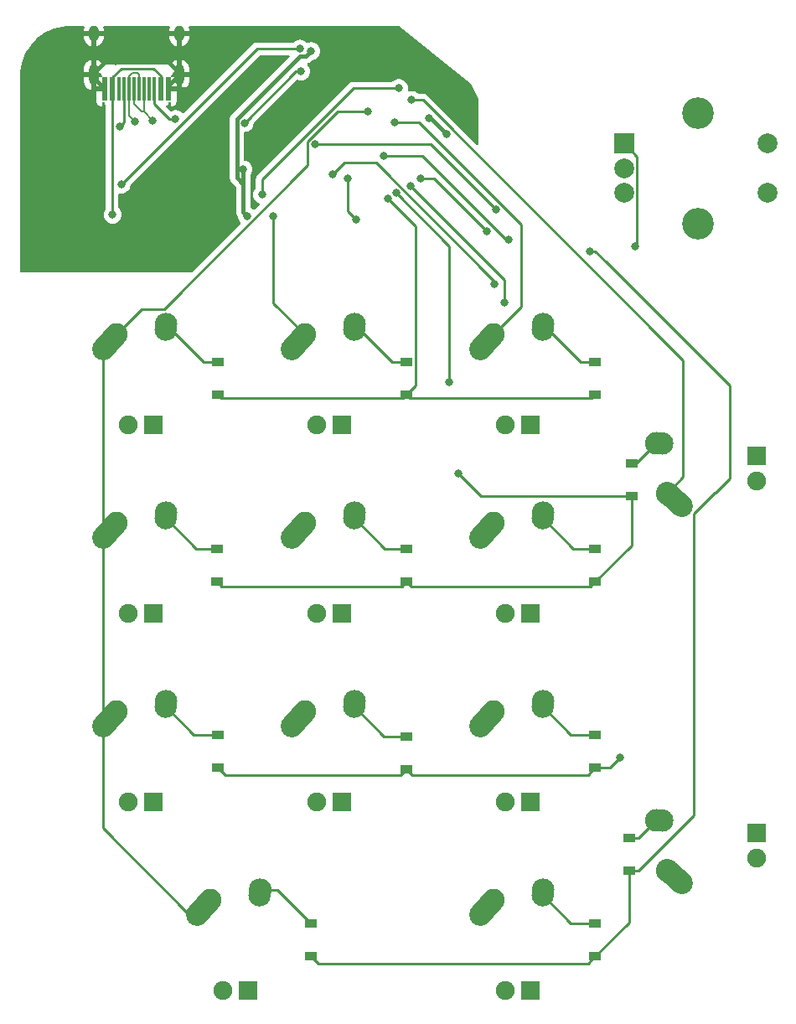
<source format=gbl>
G04 #@! TF.GenerationSoftware,KiCad,Pcbnew,(6.0.5)*
G04 #@! TF.CreationDate,2023-01-08T23:57:36-05:00*
G04 #@! TF.ProjectId,macro-pad-pcb,6d616372-6f2d-4706-9164-2d7063622e6b,rev?*
G04 #@! TF.SameCoordinates,Original*
G04 #@! TF.FileFunction,Copper,L2,Bot*
G04 #@! TF.FilePolarity,Positive*
%FSLAX46Y46*%
G04 Gerber Fmt 4.6, Leading zero omitted, Abs format (unit mm)*
G04 Created by KiCad (PCBNEW (6.0.5)) date 2023-01-08 23:57:36*
%MOMM*%
%LPD*%
G01*
G04 APERTURE LIST*
G04 Aperture macros list*
%AMHorizOval*
0 Thick line with rounded ends*
0 $1 width*
0 $2 $3 position (X,Y) of the first rounded end (center of the circle)*
0 $4 $5 position (X,Y) of the second rounded end (center of the circle)*
0 Add line between two ends*
20,1,$1,$2,$3,$4,$5,0*
0 Add two circle primitives to create the rounded ends*
1,1,$1,$2,$3*
1,1,$1,$4,$5*%
G04 Aperture macros list end*
G04 #@! TA.AperFunction,ComponentPad*
%ADD10C,2.250000*%
G04 #@! TD*
G04 #@! TA.AperFunction,ComponentPad*
%ADD11HorizOval,2.250000X0.655001X0.730000X-0.655001X-0.730000X0*%
G04 #@! TD*
G04 #@! TA.AperFunction,ComponentPad*
%ADD12HorizOval,2.250000X0.020000X0.290000X-0.020000X-0.290000X0*%
G04 #@! TD*
G04 #@! TA.AperFunction,ComponentPad*
%ADD13C,1.905000*%
G04 #@! TD*
G04 #@! TA.AperFunction,ComponentPad*
%ADD14R,1.905000X1.905000*%
G04 #@! TD*
G04 #@! TA.AperFunction,ComponentPad*
%ADD15HorizOval,2.250000X-0.730000X0.655001X0.730000X-0.655001X0*%
G04 #@! TD*
G04 #@! TA.AperFunction,ComponentPad*
%ADD16HorizOval,2.250000X-0.290000X0.020000X0.290000X-0.020000X0*%
G04 #@! TD*
G04 #@! TA.AperFunction,ComponentPad*
%ADD17C,2.000000*%
G04 #@! TD*
G04 #@! TA.AperFunction,ComponentPad*
%ADD18C,3.200000*%
G04 #@! TD*
G04 #@! TA.AperFunction,ComponentPad*
%ADD19R,2.000000X2.000000*%
G04 #@! TD*
G04 #@! TA.AperFunction,SMDPad,CuDef*
%ADD20R,1.200000X0.900000*%
G04 #@! TD*
G04 #@! TA.AperFunction,ComponentPad*
%ADD21O,1.000000X2.100000*%
G04 #@! TD*
G04 #@! TA.AperFunction,ComponentPad*
%ADD22O,1.000000X1.600000*%
G04 #@! TD*
G04 #@! TA.AperFunction,SMDPad,CuDef*
%ADD23R,0.600000X2.450000*%
G04 #@! TD*
G04 #@! TA.AperFunction,SMDPad,CuDef*
%ADD24R,0.300000X2.450000*%
G04 #@! TD*
G04 #@! TA.AperFunction,ViaPad*
%ADD25C,0.800000*%
G04 #@! TD*
G04 #@! TA.AperFunction,Conductor*
%ADD26C,0.254000*%
G04 #@! TD*
G04 #@! TA.AperFunction,Conductor*
%ADD27C,0.381000*%
G04 #@! TD*
G04 #@! TA.AperFunction,Conductor*
%ADD28C,0.200000*%
G04 #@! TD*
G04 APERTURE END LIST*
D10*
G04 #@! TO.P,MX4,1,COL*
G04 #@! TO.N,COL0*
X170537500Y-100775000D03*
D11*
X169882501Y-101505000D03*
D12*
G04 #@! TO.P,MX4,2,ROW*
G04 #@! TO.N,Net-(D4-Pad2)*
X175557500Y-99985000D03*
D10*
X175577500Y-99695000D03*
D13*
G04 #@! TO.P,MX4,3*
G04 #@! TO.N,N/C*
X171767500Y-109855000D03*
D14*
G04 #@! TO.P,MX4,4*
X174307500Y-109855000D03*
G04 #@! TD*
D10*
G04 #@! TO.P,MX7,1,COL*
G04 #@! TO.N,COL3*
X226187500Y-97750000D03*
D15*
X226917500Y-98404999D03*
D10*
G04 #@! TO.P,MX7,2,ROW*
G04 #@! TO.N,Net-(D7-Pad2)*
X225107500Y-92710000D03*
D16*
X225397500Y-92730000D03*
D13*
G04 #@! TO.P,MX7,3*
G04 #@! TO.N,N/C*
X235267500Y-96520000D03*
D14*
G04 #@! TO.P,MX7,4*
X235267500Y-93980000D03*
G04 #@! TD*
D10*
G04 #@! TO.P,MX6,1,COL*
G04 #@! TO.N,COL2*
X208637500Y-100775000D03*
D11*
X207982501Y-101505000D03*
D12*
G04 #@! TO.P,MX6,2,ROW*
G04 #@! TO.N,Net-(D6-Pad2)*
X213657500Y-99985000D03*
D10*
X213677500Y-99695000D03*
D13*
G04 #@! TO.P,MX6,3*
G04 #@! TO.N,N/C*
X209867500Y-109855000D03*
D14*
G04 #@! TO.P,MX6,4*
X212407500Y-109855000D03*
G04 #@! TD*
D11*
G04 #@! TO.P,MX8,1,COL*
G04 #@! TO.N,COL0*
X169882501Y-120555000D03*
D10*
X170537500Y-119825000D03*
D12*
G04 #@! TO.P,MX8,2,ROW*
G04 #@! TO.N,Net-(D8-Pad2)*
X175557500Y-119035000D03*
D10*
X175577500Y-118745000D03*
D13*
G04 #@! TO.P,MX8,3*
G04 #@! TO.N,N/C*
X171767500Y-128905000D03*
D14*
G04 #@! TO.P,MX8,4*
X174307500Y-128905000D03*
G04 #@! TD*
G04 #@! TO.P,MX5,4*
G04 #@! TO.N,N/C*
X193357500Y-109855000D03*
D13*
G04 #@! TO.P,MX5,3*
X190817500Y-109855000D03*
D10*
G04 #@! TO.P,MX5,2,ROW*
G04 #@! TO.N,Net-(D5-Pad2)*
X194627500Y-99695000D03*
D12*
X194607500Y-99985000D03*
D11*
G04 #@! TO.P,MX5,1,COL*
G04 #@! TO.N,COL1*
X188932501Y-101505000D03*
D10*
X189587500Y-100775000D03*
G04 #@! TD*
D17*
G04 #@! TO.P,SW2,S2*
G04 #@! TO.N,N/C*
X236358000Y-62397000D03*
G04 #@! TO.P,SW2,S1*
X236358000Y-67397000D03*
D18*
G04 #@! TO.P,SW2,MP*
X229358000Y-70497000D03*
X229358000Y-59297000D03*
D17*
G04 #@! TO.P,SW2,C,C*
G04 #@! TO.N,GND*
X221858000Y-64897000D03*
G04 #@! TO.P,SW2,B,B*
G04 #@! TO.N,EN1*
X221858000Y-67397000D03*
D19*
G04 #@! TO.P,SW2,A,A*
G04 #@! TO.N,EN2*
X221858000Y-62397000D03*
G04 #@! TD*
D10*
G04 #@! TO.P,MX11,1,COL*
G04 #@! TO.N,COL0*
X180062500Y-138875000D03*
D11*
X179407501Y-139605000D03*
D10*
G04 #@! TO.P,MX11,2,ROW*
G04 #@! TO.N,Net-(D11-Pad2)*
X185102500Y-137795000D03*
D12*
X185082500Y-138085000D03*
D13*
G04 #@! TO.P,MX11,3*
G04 #@! TO.N,N/C*
X181292500Y-147955000D03*
D14*
G04 #@! TO.P,MX11,4*
X183832500Y-147955000D03*
G04 #@! TD*
D11*
G04 #@! TO.P,MX12,1,COL*
G04 #@! TO.N,COL2*
X207982501Y-139605000D03*
D10*
X208637500Y-138875000D03*
G04 #@! TO.P,MX12,2,ROW*
G04 #@! TO.N,Net-(D12-Pad2)*
X213677500Y-137795000D03*
D12*
X213657500Y-138085000D03*
D13*
G04 #@! TO.P,MX12,3*
G04 #@! TO.N,N/C*
X209867500Y-147955000D03*
D14*
G04 #@! TO.P,MX12,4*
X212407500Y-147955000D03*
G04 #@! TD*
D10*
G04 #@! TO.P,MX13,1,COL*
G04 #@! TO.N,COL3*
X226187500Y-135850000D03*
D15*
X226917500Y-136504999D03*
D16*
G04 #@! TO.P,MX13,2,ROW*
G04 #@! TO.N,Net-(D13-Pad2)*
X225397500Y-130830000D03*
D10*
X225107500Y-130810000D03*
D13*
G04 #@! TO.P,MX13,3*
G04 #@! TO.N,N/C*
X235267500Y-134620000D03*
D14*
G04 #@! TO.P,MX13,4*
X235267500Y-132080000D03*
G04 #@! TD*
D11*
G04 #@! TO.P,MX9,1,COL*
G04 #@! TO.N,COL1*
X188932501Y-120555000D03*
D10*
X189587500Y-119825000D03*
G04 #@! TO.P,MX9,2,ROW*
G04 #@! TO.N,Net-(D9-Pad2)*
X194627500Y-118745000D03*
D12*
X194607500Y-119035000D03*
D13*
G04 #@! TO.P,MX9,3*
G04 #@! TO.N,N/C*
X190817500Y-128905000D03*
D14*
G04 #@! TO.P,MX9,4*
X193357500Y-128905000D03*
G04 #@! TD*
D11*
G04 #@! TO.P,MX10,1,COL*
G04 #@! TO.N,COL2*
X207982501Y-120555000D03*
D10*
X208637500Y-119825000D03*
D12*
G04 #@! TO.P,MX10,2,ROW*
G04 #@! TO.N,Net-(D10-Pad2)*
X213657500Y-119035000D03*
D10*
X213677500Y-118745000D03*
D13*
G04 #@! TO.P,MX10,3*
G04 #@! TO.N,N/C*
X209867500Y-128905000D03*
D14*
G04 #@! TO.P,MX10,4*
X212407500Y-128905000D03*
G04 #@! TD*
D10*
G04 #@! TO.P,MX3,1,COL*
G04 #@! TO.N,COL2*
X208637500Y-81725000D03*
D11*
X207982501Y-82455000D03*
D10*
G04 #@! TO.P,MX3,2,ROW*
G04 #@! TO.N,Net-(D3-Pad2)*
X213677500Y-80645000D03*
D12*
X213657500Y-80935000D03*
D13*
G04 #@! TO.P,MX3,3*
G04 #@! TO.N,N/C*
X209867500Y-90805000D03*
D14*
G04 #@! TO.P,MX3,4*
X212407500Y-90805000D03*
G04 #@! TD*
D11*
G04 #@! TO.P,MX1,1,COL*
G04 #@! TO.N,COL0*
X169882501Y-82455000D03*
D10*
X170537500Y-81725000D03*
D12*
G04 #@! TO.P,MX1,2,ROW*
G04 #@! TO.N,Net-(D1-Pad2)*
X175557500Y-80935000D03*
D10*
X175577500Y-80645000D03*
D13*
G04 #@! TO.P,MX1,3*
G04 #@! TO.N,N/C*
X171767500Y-90805000D03*
D14*
G04 #@! TO.P,MX1,4*
X174307500Y-90805000D03*
G04 #@! TD*
D10*
G04 #@! TO.P,MX2,1,COL*
G04 #@! TO.N,COL1*
X189587500Y-81725000D03*
D11*
X188932501Y-82455000D03*
D12*
G04 #@! TO.P,MX2,2,ROW*
G04 #@! TO.N,Net-(D2-Pad2)*
X194607500Y-80935000D03*
D10*
X194627500Y-80645000D03*
D13*
G04 #@! TO.P,MX2,3*
G04 #@! TO.N,N/C*
X190817500Y-90805000D03*
D14*
G04 #@! TO.P,MX2,4*
X193357500Y-90805000D03*
G04 #@! TD*
D20*
G04 #@! TO.P,D13,1,K*
G04 #@! TO.N,ROW3*
X222377000Y-135889000D03*
G04 #@! TO.P,D13,2,A*
G04 #@! TO.N,Net-(D13-Pad2)*
X222377000Y-132589000D03*
G04 #@! TD*
G04 #@! TO.P,D1,1,K*
G04 #@! TO.N,ROW0*
X180848000Y-87756000D03*
G04 #@! TO.P,D1,2,A*
G04 #@! TO.N,Net-(D1-Pad2)*
X180848000Y-84456000D03*
G04 #@! TD*
G04 #@! TO.P,D5,1,K*
G04 #@! TO.N,ROW1*
X199898000Y-106679000D03*
G04 #@! TO.P,D5,2,A*
G04 #@! TO.N,Net-(D5-Pad2)*
X199898000Y-103379000D03*
G04 #@! TD*
G04 #@! TO.P,D10,1,K*
G04 #@! TO.N,ROW2*
X218948000Y-125475000D03*
G04 #@! TO.P,D10,2,A*
G04 #@! TO.N,Net-(D10-Pad2)*
X218948000Y-122175000D03*
G04 #@! TD*
G04 #@! TO.P,D7,1,K*
G04 #@! TO.N,ROW1*
X222631000Y-98043000D03*
G04 #@! TO.P,D7,2,A*
G04 #@! TO.N,Net-(D7-Pad2)*
X222631000Y-94743000D03*
G04 #@! TD*
G04 #@! TO.P,D9,1,K*
G04 #@! TO.N,ROW2*
X199898000Y-125602000D03*
G04 #@! TO.P,D9,2,A*
G04 #@! TO.N,Net-(D9-Pad2)*
X199898000Y-122302000D03*
G04 #@! TD*
D21*
G04 #@! TO.P,USB1,13,SHIELD*
G04 #@! TO.N,GND*
X176917000Y-55481000D03*
D22*
X176917000Y-51301000D03*
D21*
X168277000Y-55481000D03*
D22*
X168277000Y-51301000D03*
D23*
G04 #@! TO.P,USB1,12,GND*
X175822000Y-56896000D03*
G04 #@! TO.P,USB1,11,VBUS*
G04 #@! TO.N,VCC*
X175047000Y-56896000D03*
D24*
G04 #@! TO.P,USB1,10,CC2*
G04 #@! TO.N,Net-(R2-Pad1)*
X174347000Y-56896000D03*
G04 #@! TO.P,USB1,9,SBU1*
G04 #@! TO.N,unconnected-(USB1-Pad9)*
X173847000Y-56896000D03*
G04 #@! TO.P,USB1,8,DP2*
G04 #@! TO.N,D+*
X173347000Y-56896000D03*
G04 #@! TO.P,USB1,7,DN1*
G04 #@! TO.N,D-*
X172847000Y-56896000D03*
G04 #@! TO.P,USB1,6,DP1*
G04 #@! TO.N,D+*
X172347000Y-56896000D03*
G04 #@! TO.P,USB1,5,DN2*
G04 #@! TO.N,D-*
X171847000Y-56896000D03*
G04 #@! TO.P,USB1,4,CC1*
G04 #@! TO.N,Net-(R3-Pad1)*
X171347000Y-56896000D03*
G04 #@! TO.P,USB1,3,SBU2*
G04 #@! TO.N,unconnected-(USB1-Pad3)*
X170847000Y-56896000D03*
D23*
G04 #@! TO.P,USB1,2,VBUS*
G04 #@! TO.N,VCC*
X170147000Y-56896000D03*
G04 #@! TO.P,USB1,1,GND*
G04 #@! TO.N,GND*
X169372000Y-56896000D03*
G04 #@! TD*
D20*
G04 #@! TO.P,D12,1,K*
G04 #@! TO.N,ROW3*
X218948000Y-144525000D03*
G04 #@! TO.P,D12,2,A*
G04 #@! TO.N,Net-(D12-Pad2)*
X218948000Y-141225000D03*
G04 #@! TD*
G04 #@! TO.P,D8,1,K*
G04 #@! TO.N,ROW2*
X180848000Y-125475000D03*
G04 #@! TO.P,D8,2,A*
G04 #@! TO.N,Net-(D8-Pad2)*
X180848000Y-122175000D03*
G04 #@! TD*
G04 #@! TO.P,D11,1,K*
G04 #@! TO.N,ROW3*
X190246000Y-144525000D03*
G04 #@! TO.P,D11,2,A*
G04 #@! TO.N,Net-(D11-Pad2)*
X190246000Y-141225000D03*
G04 #@! TD*
G04 #@! TO.P,D2,1,K*
G04 #@! TO.N,ROW0*
X199898000Y-87756000D03*
G04 #@! TO.P,D2,2,A*
G04 #@! TO.N,Net-(D2-Pad2)*
X199898000Y-84456000D03*
G04 #@! TD*
G04 #@! TO.P,D4,1,K*
G04 #@! TO.N,ROW1*
X180721000Y-106679000D03*
G04 #@! TO.P,D4,2,A*
G04 #@! TO.N,Net-(D4-Pad2)*
X180721000Y-103379000D03*
G04 #@! TD*
G04 #@! TO.P,D6,1,K*
G04 #@! TO.N,ROW1*
X218948000Y-106679000D03*
G04 #@! TO.P,D6,2,A*
G04 #@! TO.N,Net-(D6-Pad2)*
X218948000Y-103379000D03*
G04 #@! TD*
G04 #@! TO.P,D3,1,K*
G04 #@! TO.N,ROW0*
X218948000Y-87756000D03*
G04 #@! TO.P,D3,2,A*
G04 #@! TO.N,Net-(D3-Pad2)*
X218948000Y-84456000D03*
G04 #@! TD*
D25*
G04 #@! TO.N,Net-(R4-Pad2)*
X183514989Y-60325000D03*
G04 #@! TO.N,GND*
X179324000Y-62865000D03*
X177546000Y-65913000D03*
X180975000Y-54864000D03*
G04 #@! TO.N,EN2*
X223012000Y-72771000D03*
X208788000Y-76581000D03*
X192405000Y-65544761D03*
G04 #@! TO.N,EN1*
X210185000Y-72136000D03*
X197612000Y-63627000D03*
G04 #@! TO.N,ROW2*
X221488000Y-124460000D03*
X209804000Y-78486000D03*
X200279000Y-66675000D03*
G04 #@! TO.N,ROW1*
X204216000Y-86487000D03*
X198824636Y-67390576D03*
X205105000Y-95758000D03*
G04 #@! TO.N,ROW0*
X197993000Y-67945000D03*
G04 #@! TO.N,ROW3*
X201295000Y-65913000D03*
X208026000Y-71247000D03*
X218440000Y-73279000D03*
G04 #@! TO.N,COL1*
X186436000Y-69723000D03*
X185293000Y-67564000D03*
X199103105Y-56799605D03*
G04 #@! TO.N,COL2*
X198681127Y-60251127D03*
G04 #@! TO.N,COL3*
X200398590Y-58005819D03*
G04 #@! TO.N,COL0*
X195961000Y-59182000D03*
G04 #@! TO.N,+5V*
X203962000Y-61468000D03*
X202184000Y-59817000D03*
X190246000Y-53086000D03*
X183769000Y-69723000D03*
X183388000Y-65024000D03*
G04 #@! TO.N,Net-(R1-Pad1)*
X208915000Y-69088000D03*
X190627000Y-62484000D03*
G04 #@! TO.N,Net-(C2-Pad2)*
X193929000Y-65913000D03*
X194818000Y-70104000D03*
G04 #@! TO.N,VCC*
X170180000Y-69596000D03*
G04 #@! TO.N,Net-(R3-Pad1)*
X170942000Y-60706000D03*
G04 #@! TO.N,D-*
X172466000Y-60198000D03*
G04 #@! TO.N,Net-(R5-Pad2)*
X171069000Y-66548000D03*
X189103000Y-52832000D03*
G04 #@! TO.N,Net-(R4-Pad2)*
X189230000Y-55118000D03*
G04 #@! TO.N,Net-(R2-Pad1)*
X176530000Y-59944000D03*
G04 #@! TO.N,GND*
X163830000Y-61341000D03*
G04 #@! TO.N,D+*
X174244000Y-60071000D03*
G04 #@! TD*
D26*
G04 #@! TO.N,Net-(R4-Pad2)*
X183515000Y-60325000D02*
X183514989Y-60325000D01*
D27*
G04 #@! TO.N,GND*
X178562000Y-65913000D02*
X177546000Y-65913000D01*
X179324000Y-62865000D02*
X178943000Y-63246000D01*
X178943000Y-65532000D02*
X178562000Y-65913000D01*
X178943000Y-63246000D02*
X178943000Y-65532000D01*
X178943000Y-56896000D02*
X180975000Y-54864000D01*
X175822000Y-56896000D02*
X178943000Y-56896000D01*
D26*
G04 #@! TO.N,EN2*
X223184511Y-63723511D02*
X221858000Y-62397000D01*
X223184511Y-72598489D02*
X223184511Y-63723511D01*
X223012000Y-72771000D02*
X223184511Y-72598489D01*
X196815014Y-64353511D02*
X208788000Y-76326497D01*
X192405000Y-65544761D02*
X193596250Y-64353511D01*
X193596250Y-64353511D02*
X196815014Y-64353511D01*
X208788000Y-76326497D02*
X208788000Y-76581000D01*
G04 #@! TO.N,EN1*
X209942443Y-72136000D02*
X210185000Y-72136000D01*
X197612000Y-63627000D02*
X201433443Y-63627000D01*
X201433443Y-63627000D02*
X209942443Y-72136000D01*
G04 #@! TO.N,ROW2*
X220473000Y-125475000D02*
X218948000Y-125475000D01*
X221488000Y-124460000D02*
X220473000Y-125475000D01*
X200279000Y-66675000D02*
X209804000Y-76200000D01*
X209804000Y-76200000D02*
X209804000Y-78486000D01*
G04 #@! TO.N,ROW1*
X205105000Y-95758000D02*
X207390000Y-98043000D01*
X207390000Y-98043000D02*
X222631000Y-98043000D01*
X198824636Y-67390576D02*
X204216000Y-72781940D01*
X204216000Y-72781940D02*
X204216000Y-86487000D01*
G04 #@! TO.N,ROW0*
X200824511Y-86829489D02*
X200824511Y-70776511D01*
X200824511Y-70776511D02*
X197993000Y-67945000D01*
X199898000Y-87756000D02*
X200824511Y-86829489D01*
G04 #@! TO.N,ROW3*
X202692000Y-65913000D02*
X201295000Y-65913000D01*
X208026000Y-71247000D02*
X202692000Y-65913000D01*
X218948000Y-73279000D02*
X218440000Y-73279000D01*
X220091000Y-74422000D02*
X218948000Y-73279000D01*
X232557921Y-96231862D02*
X232557921Y-86888921D01*
X231013000Y-97720428D02*
X231069355Y-97720428D01*
X228935979Y-99797449D02*
X231013000Y-97720428D01*
X228935979Y-130254644D02*
X228935979Y-99797449D01*
X232557921Y-86888921D02*
X220091000Y-74422000D01*
X223301623Y-135889000D02*
X228935979Y-130254644D01*
X231069355Y-97720428D02*
X232557921Y-96231862D01*
X222377000Y-135889000D02*
X223301623Y-135889000D01*
G04 #@! TO.N,Net-(D13-Pad2)*
X223328500Y-132589000D02*
X222377000Y-132589000D01*
X225107500Y-130810000D02*
X223328500Y-132589000D01*
G04 #@! TO.N,COL1*
X186436000Y-69723000D02*
X186436000Y-78573500D01*
X186436000Y-78573500D02*
X189587500Y-81725000D01*
X185420000Y-65913000D02*
X185293000Y-66040000D01*
X194533395Y-56799605D02*
X185420000Y-65913000D01*
X185293000Y-66040000D02*
X185293000Y-67564000D01*
X199103105Y-56799605D02*
X194533395Y-56799605D01*
G04 #@! TO.N,COL2*
X211455000Y-78907500D02*
X208637500Y-81725000D01*
X211455000Y-70600557D02*
X211455000Y-78907500D01*
X198681127Y-60251127D02*
X201105570Y-60251127D01*
X201105570Y-60251127D02*
X211455000Y-70600557D01*
G04 #@! TO.N,COL3*
X201527262Y-58005819D02*
X200398590Y-58005819D01*
X227817079Y-96120421D02*
X227817079Y-84295636D01*
X227817079Y-84295636D02*
X201527262Y-58005819D01*
X226187500Y-97750000D02*
X227817079Y-96120421D01*
G04 #@! TO.N,Net-(D2-Pad2)*
X198438500Y-84456000D02*
X194627500Y-80645000D01*
X199898000Y-84456000D02*
X198438500Y-84456000D01*
G04 #@! TO.N,Net-(D3-Pad2)*
X217488500Y-84456000D02*
X213677500Y-80645000D01*
X218948000Y-84456000D02*
X217488500Y-84456000D01*
G04 #@! TO.N,ROW0*
X218608579Y-88095421D02*
X218948000Y-87756000D01*
X200237421Y-88095421D02*
X218608579Y-88095421D01*
X199898000Y-87756000D02*
X200237421Y-88095421D01*
X199558579Y-88095421D02*
X199898000Y-87756000D01*
X181187421Y-88095421D02*
X199558579Y-88095421D01*
X180848000Y-87756000D02*
X181187421Y-88095421D01*
G04 #@! TO.N,Net-(D1-Pad2)*
X179388500Y-84456000D02*
X175577500Y-80645000D01*
X180848000Y-84456000D02*
X179388500Y-84456000D01*
G04 #@! TO.N,COL0*
X189900489Y-62183068D02*
X192901557Y-59182000D01*
X189900489Y-64618954D02*
X189900489Y-62183068D01*
X175363890Y-79155553D02*
X189900489Y-64618954D01*
X173106947Y-79155553D02*
X175363890Y-79155553D01*
X192901557Y-59182000D02*
X195961000Y-59182000D01*
X170537500Y-81725000D02*
X173106947Y-79155553D01*
D27*
G04 #@! TO.N,+5V*
X202184000Y-59817000D02*
X202311000Y-59817000D01*
X202311000Y-59817000D02*
X203962000Y-61468000D01*
X189709989Y-53622011D02*
X190246000Y-53086000D01*
X189074989Y-53622011D02*
X189709989Y-53622011D01*
X182724989Y-59972011D02*
X189074989Y-53622011D01*
X182724989Y-65884989D02*
X182724989Y-59972011D01*
X183388000Y-66548000D02*
X182724989Y-65884989D01*
X183388000Y-66548000D02*
X183388000Y-69342000D01*
X183388000Y-65024000D02*
X183388000Y-66548000D01*
X183388000Y-69342000D02*
X183769000Y-69723000D01*
D26*
G04 #@! TO.N,Net-(R1-Pad1)*
X202311000Y-62484000D02*
X190627000Y-62484000D01*
X208915000Y-69088000D02*
X202311000Y-62484000D01*
G04 #@! TO.N,Net-(C2-Pad2)*
X193929000Y-69215000D02*
X193929000Y-65913000D01*
X194818000Y-70104000D02*
X193929000Y-69215000D01*
G04 #@! TO.N,VCC*
X170147000Y-69563000D02*
X170147000Y-56896000D01*
X170180000Y-69596000D02*
X170147000Y-69563000D01*
G04 #@! TO.N,Net-(R3-Pad1)*
X171347000Y-60301000D02*
X170942000Y-60706000D01*
X171347000Y-56896000D02*
X171347000Y-60301000D01*
D28*
G04 #@! TO.N,D-*
X171847000Y-59579000D02*
X171847000Y-56896000D01*
X172466000Y-60198000D02*
X171847000Y-59579000D01*
D26*
G04 #@! TO.N,Net-(R5-Pad2)*
X184785000Y-52832000D02*
X189103000Y-52832000D01*
X171069000Y-66548000D02*
X184785000Y-52832000D01*
G04 #@! TO.N,Net-(R4-Pad2)*
X188722000Y-55118000D02*
X189230000Y-55118000D01*
X183515000Y-60325000D02*
X188722000Y-55118000D01*
G04 #@! TO.N,Net-(R2-Pad1)*
X174347000Y-58374022D02*
X174347000Y-56896000D01*
X176530000Y-59944000D02*
X175916978Y-59944000D01*
X175916978Y-59944000D02*
X174347000Y-58374022D01*
D27*
G04 #@! TO.N,GND*
X168275000Y-56896000D02*
X169372000Y-56896000D01*
X163830000Y-61341000D02*
X168275000Y-56896000D01*
D26*
G04 #@! TO.N,VCC*
X170147000Y-55731511D02*
X170147000Y-56896000D01*
X174297502Y-54818480D02*
X171060031Y-54818480D01*
X171060031Y-54818480D02*
X170147000Y-55731511D01*
X175047000Y-55567978D02*
X174297502Y-54818480D01*
X175047000Y-56896000D02*
X175047000Y-55567978D01*
D27*
G04 #@! TO.N,GND*
X168277000Y-55801000D02*
X169372000Y-56896000D01*
X168277000Y-55481000D02*
X168277000Y-55801000D01*
X168277000Y-55299096D02*
X168277000Y-55481000D01*
X169390117Y-54185979D02*
X168277000Y-55299096D01*
X175803883Y-54185979D02*
X169390117Y-54185979D01*
X176917000Y-55299096D02*
X175803883Y-54185979D01*
X176917000Y-55481000D02*
X176917000Y-55299096D01*
X175822000Y-56576000D02*
X176917000Y-55481000D01*
X175822000Y-56896000D02*
X175822000Y-56576000D01*
D28*
G04 #@! TO.N,D-*
X172177511Y-55245000D02*
X171847000Y-55575511D01*
X171847000Y-55575511D02*
X171847000Y-56896000D01*
X172670022Y-55245000D02*
X172177511Y-55245000D01*
X172847000Y-55421978D02*
X172670022Y-55245000D01*
X172847000Y-56896000D02*
X172847000Y-55421978D01*
G04 #@! TO.N,D+*
X173150978Y-59174000D02*
X173347000Y-59174000D01*
X172347000Y-56896000D02*
X172347000Y-58370022D01*
X172347000Y-58370022D02*
X173150978Y-59174000D01*
X173347000Y-59174000D02*
X174244000Y-60071000D01*
X173347000Y-56896000D02*
X173347000Y-59174000D01*
D26*
G04 #@! TO.N,ROW1*
X222631000Y-98043000D02*
X222631000Y-102996000D01*
X199431579Y-107145421D02*
X199898000Y-106679000D01*
X200364421Y-107145421D02*
X218481579Y-107145421D01*
X222631000Y-102996000D02*
X218948000Y-106679000D01*
X218481579Y-107145421D02*
X218948000Y-106679000D01*
X199898000Y-106679000D02*
X200364421Y-107145421D01*
X180721000Y-106679000D02*
X181187421Y-107145421D01*
X181187421Y-107145421D02*
X199431579Y-107145421D01*
G04 #@! TO.N,Net-(D4-Pad2)*
X175537500Y-100275000D02*
X178641500Y-103379000D01*
X178641500Y-103379000D02*
X180721000Y-103379000D01*
G04 #@! TO.N,Net-(D5-Pad2)*
X197691500Y-103379000D02*
X194587500Y-100275000D01*
X199898000Y-103379000D02*
X197691500Y-103379000D01*
G04 #@! TO.N,Net-(D6-Pad2)*
X218948000Y-103379000D02*
X216741500Y-103379000D01*
X216741500Y-103379000D02*
X213637500Y-100275000D01*
G04 #@! TO.N,Net-(D7-Pad2)*
X222631000Y-94743000D02*
X223074500Y-94743000D01*
X223074500Y-94743000D02*
X225107500Y-92710000D01*
G04 #@! TO.N,ROW2*
X218227579Y-126195421D02*
X200491421Y-126195421D01*
X181568421Y-126195421D02*
X199304579Y-126195421D01*
X199304579Y-126195421D02*
X199898000Y-125602000D01*
X218948000Y-125475000D02*
X218227579Y-126195421D01*
X200491421Y-126195421D02*
X199898000Y-125602000D01*
X180848000Y-125475000D02*
X181568421Y-126195421D01*
G04 #@! TO.N,Net-(D8-Pad2)*
X175537500Y-119325000D02*
X178387500Y-122175000D01*
X178387500Y-122175000D02*
X180848000Y-122175000D01*
G04 #@! TO.N,Net-(D9-Pad2)*
X197564500Y-122302000D02*
X194587500Y-119325000D01*
X199898000Y-122302000D02*
X197564500Y-122302000D01*
G04 #@! TO.N,Net-(D10-Pad2)*
X213637500Y-119325000D02*
X216487500Y-122175000D01*
X216487500Y-122175000D02*
X218948000Y-122175000D01*
G04 #@! TO.N,ROW3*
X190246000Y-144525000D02*
X190966421Y-145245421D01*
X222377000Y-141096000D02*
X222377000Y-135889000D01*
X218948000Y-144525000D02*
X222377000Y-141096000D01*
X190966421Y-145245421D02*
X218227579Y-145245421D01*
X218227579Y-145245421D02*
X218948000Y-144525000D01*
G04 #@! TO.N,Net-(D11-Pad2)*
X185102500Y-137795000D02*
X186816000Y-137795000D01*
X186816000Y-137795000D02*
X190246000Y-141225000D01*
G04 #@! TO.N,Net-(D12-Pad2)*
X216487500Y-141225000D02*
X213637500Y-138375000D01*
X218948000Y-141225000D02*
X216487500Y-141225000D01*
G04 #@! TO.N,COL0*
X177976772Y-140335000D02*
X178752500Y-140335000D01*
X169227500Y-83185000D02*
X169227500Y-102235000D01*
X169227500Y-102235000D02*
X169227500Y-121285000D01*
X169227500Y-121285000D02*
X169227500Y-131585728D01*
X169227500Y-131585728D02*
X177976772Y-140335000D01*
G04 #@! TD*
G04 #@! TA.AperFunction,Conductor*
G04 #@! TO.N,GND*
G36*
X199074145Y-50516439D02*
G01*
X199084795Y-50524086D01*
X206353390Y-56338962D01*
X206387376Y-56381002D01*
X207155448Y-57917146D01*
X207168750Y-57973495D01*
X207168750Y-62444384D01*
X207148748Y-62512505D01*
X207095092Y-62558998D01*
X207024818Y-62569102D01*
X206960238Y-62539608D01*
X206953655Y-62533479D01*
X202032512Y-57612336D01*
X202024936Y-57604010D01*
X202020815Y-57597516D01*
X201970996Y-57550733D01*
X201968155Y-57547979D01*
X201948356Y-57528180D01*
X201945231Y-57525756D01*
X201945222Y-57525748D01*
X201945136Y-57525682D01*
X201936111Y-57517974D01*
X201909547Y-57493029D01*
X201903768Y-57487602D01*
X201885931Y-57477796D01*
X201869415Y-57466946D01*
X201853329Y-57454469D01*
X201812596Y-57436843D01*
X201801948Y-57431626D01*
X201790320Y-57425234D01*
X201763065Y-57410250D01*
X201755390Y-57408279D01*
X201755384Y-57408277D01*
X201743351Y-57405188D01*
X201724649Y-57398785D01*
X201705970Y-57390702D01*
X201672134Y-57385343D01*
X201662135Y-57383759D01*
X201650522Y-57381354D01*
X201607544Y-57370319D01*
X201587197Y-57370319D01*
X201567486Y-57368768D01*
X201555212Y-57366824D01*
X201547383Y-57365584D01*
X201539491Y-57366330D01*
X201503206Y-57369760D01*
X201491348Y-57370319D01*
X201104989Y-57370319D01*
X201036868Y-57350317D01*
X201019682Y-57335710D01*
X201019170Y-57336279D01*
X201014258Y-57331856D01*
X201009843Y-57326953D01*
X200988261Y-57311273D01*
X200860684Y-57218582D01*
X200860683Y-57218581D01*
X200855342Y-57214701D01*
X200849314Y-57212017D01*
X200849312Y-57212016D01*
X200686909Y-57139710D01*
X200686908Y-57139710D01*
X200680878Y-57137025D01*
X200587478Y-57117172D01*
X200500534Y-57098691D01*
X200500529Y-57098691D01*
X200494077Y-57097319D01*
X200303103Y-57097319D01*
X200296651Y-57098691D01*
X200296646Y-57098691D01*
X200147196Y-57130458D01*
X200076405Y-57125056D01*
X200019773Y-57082239D01*
X199995279Y-57015601D01*
X199997139Y-56989585D01*
X199996647Y-56989533D01*
X200015919Y-56806170D01*
X200016609Y-56799605D01*
X200007786Y-56715658D01*
X199997337Y-56616240D01*
X199997337Y-56616238D01*
X199996647Y-56609677D01*
X199937632Y-56428049D01*
X199842145Y-56262661D01*
X199817661Y-56235468D01*
X199718780Y-56125650D01*
X199718779Y-56125649D01*
X199714358Y-56120739D01*
X199559857Y-56008487D01*
X199553829Y-56005803D01*
X199553827Y-56005802D01*
X199391424Y-55933496D01*
X199391423Y-55933496D01*
X199385393Y-55930811D01*
X199283336Y-55909118D01*
X199205049Y-55892477D01*
X199205044Y-55892477D01*
X199198592Y-55891105D01*
X199007618Y-55891105D01*
X199001166Y-55892477D01*
X199001161Y-55892477D01*
X198922874Y-55909118D01*
X198820817Y-55930811D01*
X198814787Y-55933496D01*
X198814786Y-55933496D01*
X198652383Y-56005802D01*
X198652381Y-56005803D01*
X198646353Y-56008487D01*
X198641012Y-56012367D01*
X198641011Y-56012368D01*
X198621560Y-56026500D01*
X198491852Y-56120739D01*
X198487437Y-56125642D01*
X198482525Y-56130065D01*
X198480884Y-56128243D01*
X198429895Y-56159655D01*
X198396706Y-56164105D01*
X194612427Y-56164105D01*
X194601188Y-56163575D01*
X194593676Y-56161896D01*
X194585751Y-56162145D01*
X194585750Y-56162145D01*
X194525365Y-56164043D01*
X194521407Y-56164105D01*
X194493412Y-56164105D01*
X194489478Y-56164602D01*
X194489476Y-56164602D01*
X194489389Y-56164613D01*
X194477555Y-56165545D01*
X194433190Y-56166940D01*
X194425577Y-56169152D01*
X194425576Y-56169152D01*
X194413647Y-56172618D01*
X194394283Y-56176628D01*
X194381955Y-56178185D01*
X194381953Y-56178185D01*
X194374096Y-56179178D01*
X194366732Y-56182094D01*
X194366727Y-56182095D01*
X194332839Y-56195512D01*
X194321610Y-56199357D01*
X194304930Y-56204203D01*
X194279002Y-56211736D01*
X194272175Y-56215774D01*
X194272172Y-56215775D01*
X194261489Y-56222093D01*
X194243731Y-56230793D01*
X194232180Y-56235366D01*
X194232174Y-56235370D01*
X194224807Y-56238286D01*
X194218396Y-56242944D01*
X194218394Y-56242945D01*
X194188907Y-56264369D01*
X194178985Y-56270886D01*
X194147627Y-56289431D01*
X194147623Y-56289434D01*
X194140797Y-56293471D01*
X194126413Y-56307855D01*
X194111379Y-56320696D01*
X194094908Y-56332663D01*
X194089855Y-56338771D01*
X194066618Y-56366860D01*
X194058628Y-56375640D01*
X184942361Y-65491906D01*
X184942358Y-65491909D01*
X184899517Y-65534749D01*
X184891191Y-65542326D01*
X184884697Y-65546447D01*
X184837913Y-65596267D01*
X184835158Y-65599109D01*
X184815361Y-65618906D01*
X184812937Y-65622031D01*
X184812929Y-65622040D01*
X184812863Y-65622126D01*
X184805155Y-65631151D01*
X184774783Y-65663494D01*
X184770965Y-65670438D01*
X184770964Y-65670440D01*
X184764978Y-65681329D01*
X184754127Y-65697847D01*
X184741650Y-65713933D01*
X184724024Y-65754666D01*
X184718807Y-65765314D01*
X184718155Y-65766500D01*
X184697431Y-65804197D01*
X184695460Y-65811872D01*
X184695458Y-65811878D01*
X184692369Y-65823911D01*
X184685966Y-65842613D01*
X184677883Y-65861292D01*
X184674305Y-65883882D01*
X184670940Y-65905127D01*
X184668535Y-65916740D01*
X184657500Y-65959718D01*
X184657500Y-65980065D01*
X184655949Y-65999776D01*
X184652765Y-66019879D01*
X184653511Y-66027771D01*
X184656941Y-66064056D01*
X184657500Y-66075914D01*
X184657500Y-66863697D01*
X184637498Y-66931818D01*
X184625136Y-66948007D01*
X184561196Y-67019020D01*
X184553960Y-67027056D01*
X184458473Y-67192444D01*
X184399458Y-67374072D01*
X184398768Y-67380633D01*
X184398768Y-67380635D01*
X184390754Y-67456882D01*
X184379496Y-67564000D01*
X184399458Y-67753928D01*
X184458473Y-67935556D01*
X184461776Y-67941278D01*
X184461777Y-67941279D01*
X184467716Y-67951565D01*
X184553960Y-68100944D01*
X184681747Y-68242866D01*
X184836248Y-68355118D01*
X184842276Y-68357802D01*
X184842278Y-68357803D01*
X184965844Y-68412818D01*
X185019940Y-68458798D01*
X185040589Y-68526726D01*
X185021237Y-68595034D01*
X185003690Y-68617020D01*
X184567157Y-69053553D01*
X184504845Y-69087579D01*
X184434030Y-69082514D01*
X184390238Y-69052724D01*
X184389577Y-69053459D01*
X184384675Y-69049045D01*
X184380253Y-69044134D01*
X184253121Y-68951767D01*
X184231094Y-68935763D01*
X184231093Y-68935762D01*
X184225752Y-68931882D01*
X184219724Y-68929198D01*
X184219722Y-68929197D01*
X184161751Y-68903387D01*
X184107655Y-68857407D01*
X184087000Y-68788280D01*
X184087000Y-66576599D01*
X184087292Y-66568029D01*
X184090654Y-66518723D01*
X184090654Y-66518719D01*
X184091170Y-66511148D01*
X184089866Y-66503674D01*
X184089865Y-66503664D01*
X184088877Y-66498006D01*
X184087000Y-66476341D01*
X184087000Y-65653779D01*
X184107002Y-65585658D01*
X184119359Y-65569475D01*
X184127040Y-65560944D01*
X184222527Y-65395556D01*
X184281542Y-65213928D01*
X184282312Y-65206608D01*
X184300814Y-65030565D01*
X184301504Y-65024000D01*
X184299599Y-65005872D01*
X184282232Y-64840635D01*
X184282232Y-64840633D01*
X184281542Y-64834072D01*
X184222527Y-64652444D01*
X184214809Y-64639075D01*
X184185314Y-64587990D01*
X184127040Y-64487056D01*
X184091201Y-64447252D01*
X184003675Y-64350045D01*
X184003674Y-64350044D01*
X183999253Y-64345134D01*
X183844752Y-64232882D01*
X183838724Y-64230198D01*
X183838722Y-64230197D01*
X183676319Y-64157891D01*
X183676318Y-64157891D01*
X183670288Y-64155206D01*
X183555152Y-64130733D01*
X183523792Y-64124067D01*
X183461318Y-64090338D01*
X183426997Y-64028189D01*
X183423989Y-64000820D01*
X183423989Y-61359500D01*
X183443991Y-61291379D01*
X183497647Y-61244886D01*
X183549989Y-61233500D01*
X183610476Y-61233500D01*
X183616928Y-61232128D01*
X183616933Y-61232128D01*
X183703876Y-61213647D01*
X183797277Y-61193794D01*
X183874018Y-61159627D01*
X183965711Y-61118803D01*
X183965713Y-61118802D01*
X183971741Y-61116118D01*
X183986868Y-61105128D01*
X184073418Y-61042245D01*
X184126242Y-61003866D01*
X184189265Y-60933872D01*
X184249610Y-60866852D01*
X184249611Y-60866851D01*
X184254029Y-60861944D01*
X184349516Y-60696556D01*
X184408531Y-60514928D01*
X184411100Y-60490491D01*
X184425563Y-60352878D01*
X184452576Y-60287222D01*
X184461778Y-60276954D01*
X186573063Y-58165669D01*
X188751018Y-55987715D01*
X188813328Y-55953690D01*
X188884143Y-55958755D01*
X188891341Y-55961696D01*
X188947712Y-55986794D01*
X188989340Y-55995642D01*
X189128056Y-56025128D01*
X189128061Y-56025128D01*
X189134513Y-56026500D01*
X189325487Y-56026500D01*
X189331939Y-56025128D01*
X189331944Y-56025128D01*
X189422863Y-56005802D01*
X189512288Y-55986794D01*
X189518321Y-55984108D01*
X189680722Y-55911803D01*
X189680724Y-55911802D01*
X189686752Y-55909118D01*
X189841253Y-55796866D01*
X189884759Y-55748548D01*
X189964621Y-55659852D01*
X189964622Y-55659851D01*
X189969040Y-55654944D01*
X190064527Y-55489556D01*
X190123542Y-55307928D01*
X190132224Y-55225329D01*
X190142814Y-55124565D01*
X190143504Y-55118000D01*
X190123542Y-54928072D01*
X190064527Y-54746444D01*
X189969040Y-54581056D01*
X189886093Y-54488934D01*
X189855378Y-54424930D01*
X189864141Y-54354477D01*
X189909604Y-54299945D01*
X189929086Y-54289253D01*
X189971187Y-54270772D01*
X189977293Y-54268281D01*
X190029106Y-54248702D01*
X190029107Y-54248701D01*
X190036211Y-54246017D01*
X190042466Y-54241718D01*
X190045607Y-54240076D01*
X190058361Y-54232978D01*
X190061467Y-54231141D01*
X190068422Y-54228088D01*
X190074449Y-54223463D01*
X190074453Y-54223461D01*
X190118391Y-54189746D01*
X190123709Y-54185882D01*
X190175641Y-54150190D01*
X190191721Y-54132143D01*
X190216507Y-54104323D01*
X190221488Y-54099047D01*
X190295472Y-54025063D01*
X190358369Y-53990912D01*
X190528288Y-53954794D01*
X190587366Y-53928491D01*
X190696722Y-53879803D01*
X190696724Y-53879802D01*
X190702752Y-53877118D01*
X190857253Y-53764866D01*
X190931330Y-53682595D01*
X190980621Y-53627852D01*
X190980622Y-53627851D01*
X190985040Y-53622944D01*
X191080527Y-53457556D01*
X191139542Y-53275928D01*
X191159504Y-53086000D01*
X191139542Y-52896072D01*
X191080527Y-52714444D01*
X190985040Y-52549056D01*
X190857253Y-52407134D01*
X190714308Y-52303278D01*
X190708094Y-52298763D01*
X190708093Y-52298762D01*
X190702752Y-52294882D01*
X190696724Y-52292198D01*
X190696722Y-52292197D01*
X190534319Y-52219891D01*
X190534318Y-52219891D01*
X190528288Y-52217206D01*
X190433208Y-52196996D01*
X190347944Y-52178872D01*
X190347939Y-52178872D01*
X190341487Y-52177500D01*
X190150513Y-52177500D01*
X190144061Y-52178872D01*
X190144056Y-52178872D01*
X190058792Y-52196996D01*
X189963712Y-52217206D01*
X189957685Y-52219889D01*
X189957677Y-52219892D01*
X189910452Y-52240919D01*
X189840085Y-52250354D01*
X189775788Y-52220249D01*
X189765566Y-52210123D01*
X189718675Y-52158045D01*
X189718674Y-52158044D01*
X189714253Y-52153134D01*
X189559752Y-52040882D01*
X189553724Y-52038198D01*
X189553722Y-52038197D01*
X189391319Y-51965891D01*
X189391318Y-51965891D01*
X189385288Y-51963206D01*
X189291888Y-51943353D01*
X189204944Y-51924872D01*
X189204939Y-51924872D01*
X189198487Y-51923500D01*
X189007513Y-51923500D01*
X189001061Y-51924872D01*
X189001056Y-51924872D01*
X188914112Y-51943353D01*
X188820712Y-51963206D01*
X188814682Y-51965891D01*
X188814681Y-51965891D01*
X188652278Y-52038197D01*
X188652276Y-52038198D01*
X188646248Y-52040882D01*
X188491747Y-52153134D01*
X188487332Y-52158037D01*
X188482420Y-52162460D01*
X188480779Y-52160638D01*
X188429790Y-52192050D01*
X188396601Y-52196500D01*
X184864020Y-52196500D01*
X184852786Y-52195970D01*
X184845281Y-52194292D01*
X184777571Y-52196420D01*
X184776988Y-52196438D01*
X184773031Y-52196500D01*
X184745017Y-52196500D01*
X184741092Y-52196996D01*
X184741091Y-52196996D01*
X184740996Y-52197008D01*
X184729151Y-52197941D01*
X184699330Y-52198878D01*
X184692718Y-52199086D01*
X184692717Y-52199086D01*
X184684795Y-52199335D01*
X184665252Y-52205013D01*
X184645888Y-52209023D01*
X184633560Y-52210580D01*
X184633558Y-52210580D01*
X184625701Y-52211573D01*
X184618337Y-52214489D01*
X184618332Y-52214490D01*
X184584444Y-52227907D01*
X184573215Y-52231752D01*
X184559241Y-52235812D01*
X184530607Y-52244131D01*
X184523781Y-52248168D01*
X184513091Y-52254490D01*
X184495341Y-52263187D01*
X184476412Y-52270681D01*
X184469996Y-52275342D01*
X184469995Y-52275343D01*
X184440519Y-52296759D01*
X184430595Y-52303278D01*
X184399224Y-52321830D01*
X184399219Y-52321834D01*
X184392401Y-52325866D01*
X184378014Y-52340253D01*
X184362980Y-52353094D01*
X184346513Y-52365058D01*
X184341460Y-52371166D01*
X184318228Y-52399249D01*
X184310238Y-52408029D01*
X177382907Y-59335360D01*
X177320595Y-59369386D01*
X177249780Y-59364321D01*
X177200176Y-59330575D01*
X177145675Y-59270045D01*
X177145674Y-59270044D01*
X177141253Y-59265134D01*
X177026829Y-59182000D01*
X176992094Y-59156763D01*
X176992093Y-59156762D01*
X176986752Y-59152882D01*
X176980724Y-59150198D01*
X176980722Y-59150197D01*
X176818319Y-59077891D01*
X176818318Y-59077891D01*
X176812288Y-59075206D01*
X176718888Y-59055353D01*
X176631944Y-59036872D01*
X176631939Y-59036872D01*
X176625487Y-59035500D01*
X176434513Y-59035500D01*
X176428061Y-59036872D01*
X176428056Y-59036872D01*
X176341112Y-59055353D01*
X176247712Y-59075206D01*
X176241682Y-59077891D01*
X176241681Y-59077891D01*
X176118692Y-59132649D01*
X176048325Y-59142083D01*
X175984028Y-59111976D01*
X175978348Y-59106637D01*
X175610511Y-58738800D01*
X175576485Y-58676488D01*
X175581550Y-58605673D01*
X175624040Y-58548880D01*
X175710261Y-58484261D01*
X175797615Y-58367705D01*
X175800858Y-58359054D01*
X175832018Y-58275936D01*
X175874659Y-58219171D01*
X175941221Y-58194471D01*
X176010570Y-58209678D01*
X176060688Y-58259964D01*
X176076000Y-58320165D01*
X176076000Y-58610884D01*
X176080475Y-58626123D01*
X176081865Y-58627328D01*
X176089548Y-58628999D01*
X176166669Y-58628999D01*
X176173490Y-58628629D01*
X176224352Y-58623105D01*
X176239604Y-58619479D01*
X176360054Y-58574324D01*
X176375649Y-58565786D01*
X176477724Y-58489285D01*
X176490285Y-58476724D01*
X176566786Y-58374649D01*
X176575324Y-58359054D01*
X176620478Y-58238606D01*
X176624105Y-58223351D01*
X176629631Y-58172486D01*
X176630000Y-58165672D01*
X176630000Y-57168115D01*
X176625525Y-57152876D01*
X176624135Y-57151671D01*
X176616452Y-57150000D01*
X176094115Y-57150000D01*
X176078875Y-57154475D01*
X176076724Y-57156957D01*
X176016998Y-57195341D01*
X175946002Y-57195341D01*
X175886276Y-57156957D01*
X175856783Y-57092377D01*
X175855500Y-57074445D01*
X175855500Y-56988924D01*
X177171000Y-56988924D01*
X177174973Y-57002455D01*
X177182768Y-57003575D01*
X177290521Y-56971862D01*
X177301889Y-56967269D01*
X177466154Y-56881393D01*
X177476415Y-56874679D01*
X177620873Y-56758532D01*
X177629632Y-56749954D01*
X177748778Y-56607961D01*
X177755708Y-56597841D01*
X177845002Y-56435415D01*
X177849834Y-56424142D01*
X177905880Y-56247462D01*
X177908430Y-56235468D01*
X177924607Y-56091239D01*
X177925000Y-56084215D01*
X177925000Y-55753115D01*
X177920525Y-55737876D01*
X177919135Y-55736671D01*
X177911452Y-55735000D01*
X177189115Y-55735000D01*
X177173876Y-55739475D01*
X177172671Y-55740865D01*
X177171000Y-55748548D01*
X177171000Y-56988924D01*
X175855500Y-56988924D01*
X175855500Y-56768000D01*
X175875502Y-56699879D01*
X175929158Y-56653386D01*
X175981500Y-56642000D01*
X176644885Y-56642000D01*
X176660124Y-56637525D01*
X176661329Y-56636135D01*
X176663000Y-56628452D01*
X176663000Y-55753115D01*
X176658525Y-55737876D01*
X176657135Y-55736671D01*
X176649452Y-55735000D01*
X176187674Y-55735000D01*
X176119553Y-55714998D01*
X176073060Y-55661342D01*
X176062956Y-55591068D01*
X176092450Y-55526488D01*
X176101101Y-55517452D01*
X176120527Y-55499082D01*
X176120529Y-55499080D01*
X176125485Y-55494393D01*
X176129317Y-55488755D01*
X176129320Y-55488751D01*
X176223442Y-55350255D01*
X176227277Y-55344612D01*
X176242638Y-55306206D01*
X176286505Y-55250387D01*
X176359626Y-55227000D01*
X176644885Y-55227000D01*
X176660124Y-55222525D01*
X176661329Y-55221135D01*
X176663000Y-55213452D01*
X176663000Y-55208885D01*
X177171000Y-55208885D01*
X177175475Y-55224124D01*
X177176865Y-55225329D01*
X177184548Y-55227000D01*
X177906885Y-55227000D01*
X177922124Y-55222525D01*
X177923329Y-55221135D01*
X177925000Y-55213452D01*
X177925000Y-54884343D01*
X177924699Y-54878195D01*
X177911188Y-54740397D01*
X177908805Y-54728362D01*
X177855233Y-54550924D01*
X177850559Y-54539584D01*
X177763540Y-54375923D01*
X177756751Y-54365706D01*
X177639603Y-54222067D01*
X177630959Y-54213363D01*
X177488144Y-54095216D01*
X177477973Y-54088356D01*
X177314924Y-54000196D01*
X177303619Y-53995444D01*
X177188308Y-53959750D01*
X177174205Y-53959544D01*
X177171000Y-53966299D01*
X177171000Y-55208885D01*
X176663000Y-55208885D01*
X176663000Y-53973076D01*
X176659027Y-53959545D01*
X176651232Y-53958425D01*
X176543479Y-53990138D01*
X176532111Y-53994731D01*
X176367846Y-54080607D01*
X176357585Y-54087321D01*
X176213127Y-54203468D01*
X176204368Y-54212046D01*
X176160000Y-54264921D01*
X176100890Y-54304248D01*
X176029902Y-54305374D01*
X175986952Y-54284028D01*
X175921322Y-54233850D01*
X175804736Y-54179485D01*
X175763369Y-54160195D01*
X175763366Y-54160194D01*
X175757192Y-54157315D01*
X175750544Y-54155829D01*
X175750541Y-54155828D01*
X175585494Y-54118936D01*
X175585495Y-54118936D01*
X175580457Y-54117810D01*
X175574912Y-54117500D01*
X175441756Y-54117500D01*
X175306963Y-54132143D01*
X175223609Y-54160195D01*
X175141796Y-54187728D01*
X175141794Y-54187729D01*
X175135325Y-54189906D01*
X174980095Y-54283177D01*
X174975138Y-54287865D01*
X174975135Y-54287867D01*
X174905083Y-54354113D01*
X174841846Y-54386385D01*
X174771199Y-54379345D01*
X174729415Y-54351660D01*
X174718596Y-54340841D01*
X174715471Y-54338417D01*
X174715462Y-54338409D01*
X174715376Y-54338343D01*
X174706351Y-54330635D01*
X174682573Y-54308306D01*
X174674008Y-54300263D01*
X174666422Y-54296092D01*
X174656173Y-54290458D01*
X174639655Y-54279607D01*
X174623569Y-54267130D01*
X174582836Y-54249504D01*
X174572188Y-54244287D01*
X174551617Y-54232978D01*
X174533305Y-54222911D01*
X174525630Y-54220940D01*
X174525624Y-54220938D01*
X174513591Y-54217849D01*
X174494889Y-54211446D01*
X174476210Y-54203363D01*
X174436415Y-54197060D01*
X174432375Y-54196420D01*
X174420762Y-54194015D01*
X174377784Y-54182980D01*
X174357437Y-54182980D01*
X174337726Y-54181429D01*
X174325452Y-54179485D01*
X174317623Y-54178245D01*
X174309731Y-54178991D01*
X174273446Y-54182421D01*
X174261588Y-54182980D01*
X171139063Y-54182980D01*
X171127824Y-54182450D01*
X171120312Y-54180771D01*
X171112387Y-54181020D01*
X171112386Y-54181020D01*
X171052001Y-54182918D01*
X171048043Y-54182980D01*
X171020048Y-54182980D01*
X171016114Y-54183477D01*
X171016112Y-54183477D01*
X171016025Y-54183488D01*
X171004191Y-54184420D01*
X170959826Y-54185815D01*
X170952213Y-54188027D01*
X170952212Y-54188027D01*
X170940283Y-54191493D01*
X170920919Y-54195503D01*
X170908591Y-54197060D01*
X170908589Y-54197060D01*
X170900732Y-54198053D01*
X170893368Y-54200969D01*
X170893363Y-54200970D01*
X170859475Y-54214387D01*
X170848246Y-54218232D01*
X170835047Y-54222067D01*
X170805638Y-54230611D01*
X170798811Y-54234649D01*
X170798808Y-54234650D01*
X170788125Y-54240968D01*
X170770367Y-54249668D01*
X170758816Y-54254241D01*
X170758810Y-54254245D01*
X170751443Y-54257161D01*
X170745032Y-54261819D01*
X170745030Y-54261820D01*
X170727469Y-54274579D01*
X170716438Y-54282594D01*
X170715543Y-54283244D01*
X170705621Y-54289761D01*
X170674263Y-54308306D01*
X170674259Y-54308309D01*
X170667433Y-54312346D01*
X170653049Y-54326730D01*
X170638015Y-54339571D01*
X170636267Y-54340841D01*
X170621544Y-54351538D01*
X170616491Y-54357646D01*
X170593254Y-54385735D01*
X170585264Y-54394515D01*
X170542726Y-54437053D01*
X170480414Y-54471079D01*
X170409599Y-54466014D01*
X170357393Y-54429286D01*
X170289594Y-54349058D01*
X170285187Y-54343843D01*
X170279762Y-54339695D01*
X170146743Y-54237994D01*
X170146739Y-54237991D01*
X170141322Y-54233850D01*
X170024736Y-54179485D01*
X169983369Y-54160195D01*
X169983366Y-54160194D01*
X169977192Y-54157315D01*
X169970544Y-54155829D01*
X169970541Y-54155828D01*
X169805494Y-54118936D01*
X169805495Y-54118936D01*
X169800457Y-54117810D01*
X169794912Y-54117500D01*
X169661756Y-54117500D01*
X169526963Y-54132143D01*
X169443609Y-54160195D01*
X169361796Y-54187728D01*
X169361794Y-54187729D01*
X169355325Y-54189906D01*
X169203349Y-54281222D01*
X169203346Y-54281223D01*
X169200095Y-54283177D01*
X169199745Y-54282594D01*
X169138083Y-54306065D01*
X169068609Y-54291439D01*
X169030609Y-54260085D01*
X168999603Y-54222067D01*
X168990959Y-54213363D01*
X168848144Y-54095216D01*
X168837973Y-54088356D01*
X168674924Y-54000196D01*
X168663619Y-53995444D01*
X168548308Y-53959750D01*
X168534205Y-53959544D01*
X168531000Y-53966299D01*
X168531000Y-55208885D01*
X168535475Y-55224124D01*
X168536865Y-55225329D01*
X168544548Y-55227000D01*
X168834243Y-55227000D01*
X168902364Y-55247002D01*
X168945700Y-55294235D01*
X168952013Y-55306209D01*
X169011922Y-55419836D01*
X169016327Y-55425049D01*
X169016330Y-55425053D01*
X169103051Y-55527672D01*
X169131743Y-55592613D01*
X169120770Y-55662756D01*
X169073617Y-55715833D01*
X169006813Y-55735000D01*
X168549115Y-55735000D01*
X168533876Y-55739475D01*
X168532671Y-55740865D01*
X168531000Y-55748548D01*
X168531000Y-56623885D01*
X168535475Y-56639124D01*
X168536865Y-56640329D01*
X168544548Y-56642000D01*
X169212500Y-56642000D01*
X169280621Y-56662002D01*
X169327114Y-56715658D01*
X169338500Y-56768000D01*
X169338500Y-57071916D01*
X169318498Y-57140037D01*
X169264842Y-57186530D01*
X169194568Y-57196634D01*
X169129988Y-57167141D01*
X169112135Y-57151671D01*
X169104452Y-57150000D01*
X168582116Y-57150000D01*
X168566877Y-57154475D01*
X168565672Y-57155865D01*
X168564001Y-57163548D01*
X168564001Y-58165669D01*
X168564371Y-58172490D01*
X168569895Y-58223352D01*
X168573521Y-58238604D01*
X168618676Y-58359054D01*
X168627214Y-58374649D01*
X168703715Y-58476724D01*
X168716276Y-58489285D01*
X168818351Y-58565786D01*
X168833946Y-58574324D01*
X168954394Y-58619478D01*
X168969649Y-58623105D01*
X169020514Y-58628631D01*
X169027328Y-58629000D01*
X169099885Y-58629000D01*
X169115124Y-58624525D01*
X169116329Y-58623135D01*
X169118000Y-58615452D01*
X169118000Y-58320165D01*
X169138002Y-58252044D01*
X169191658Y-58205551D01*
X169261932Y-58195447D01*
X169326512Y-58224941D01*
X169361982Y-58275936D01*
X169393142Y-58359054D01*
X169396385Y-58367705D01*
X169475181Y-58472842D01*
X169483739Y-58484261D01*
X169481491Y-58485946D01*
X169508621Y-58535630D01*
X169511500Y-58562413D01*
X169511500Y-68932347D01*
X169491498Y-69000468D01*
X169479142Y-69016650D01*
X169440960Y-69059056D01*
X169345473Y-69224444D01*
X169286458Y-69406072D01*
X169285768Y-69412633D01*
X169285768Y-69412635D01*
X169270054Y-69562148D01*
X169266496Y-69596000D01*
X169267186Y-69602565D01*
X169282999Y-69753013D01*
X169286458Y-69785928D01*
X169345473Y-69967556D01*
X169440960Y-70132944D01*
X169568747Y-70274866D01*
X169723248Y-70387118D01*
X169729276Y-70389802D01*
X169729278Y-70389803D01*
X169891681Y-70462109D01*
X169897712Y-70464794D01*
X169991112Y-70484647D01*
X170078056Y-70503128D01*
X170078061Y-70503128D01*
X170084513Y-70504500D01*
X170275487Y-70504500D01*
X170281939Y-70503128D01*
X170281944Y-70503128D01*
X170368888Y-70484647D01*
X170462288Y-70464794D01*
X170468319Y-70462109D01*
X170630722Y-70389803D01*
X170630724Y-70389802D01*
X170636752Y-70387118D01*
X170791253Y-70274866D01*
X170919040Y-70132944D01*
X171014527Y-69967556D01*
X171073542Y-69785928D01*
X171077002Y-69753013D01*
X171092814Y-69602565D01*
X171093504Y-69596000D01*
X171089946Y-69562148D01*
X171074232Y-69412635D01*
X171074232Y-69412633D01*
X171073542Y-69406072D01*
X171014527Y-69224444D01*
X170919040Y-69059056D01*
X170814863Y-68943355D01*
X170784147Y-68879350D01*
X170782500Y-68859047D01*
X170782500Y-67571496D01*
X170802502Y-67503375D01*
X170856158Y-67456882D01*
X170926432Y-67446778D01*
X170934698Y-67448250D01*
X170967049Y-67455127D01*
X170967058Y-67455128D01*
X170973513Y-67456500D01*
X171164487Y-67456500D01*
X171170939Y-67455128D01*
X171170944Y-67455128D01*
X171257888Y-67436647D01*
X171351288Y-67416794D01*
X171447244Y-67374072D01*
X171519722Y-67341803D01*
X171519724Y-67341802D01*
X171525752Y-67339118D01*
X171680253Y-67226866D01*
X171808040Y-67084944D01*
X171903527Y-66919556D01*
X171962542Y-66737928D01*
X171966504Y-66700237D01*
X171977774Y-66593000D01*
X171979575Y-66575867D01*
X172006588Y-66510210D01*
X172015790Y-66499942D01*
X185011327Y-53504405D01*
X185073639Y-53470379D01*
X185100422Y-53467500D01*
X187936775Y-53467500D01*
X188004896Y-53487502D01*
X188051389Y-53541158D01*
X188061493Y-53611432D01*
X188031999Y-53676012D01*
X188025870Y-53682595D01*
X182250951Y-59457514D01*
X182244686Y-59463367D01*
X182201715Y-59500853D01*
X182197348Y-59507067D01*
X182165495Y-59552389D01*
X182161562Y-59557685D01*
X182127383Y-59601274D01*
X182127381Y-59601277D01*
X182122697Y-59607251D01*
X182119571Y-59614175D01*
X182117733Y-59617210D01*
X182110489Y-59629909D01*
X182108801Y-59633057D01*
X182104433Y-59639272D01*
X182101673Y-59646351D01*
X182081556Y-59697950D01*
X182079011Y-59704006D01*
X182053076Y-59761446D01*
X182051691Y-59768919D01*
X182050620Y-59772337D01*
X182046635Y-59786326D01*
X182045738Y-59789818D01*
X182042977Y-59796900D01*
X182041985Y-59804433D01*
X182041985Y-59804434D01*
X182034756Y-59859341D01*
X182033724Y-59865854D01*
X182031182Y-59879571D01*
X182022244Y-59927798D01*
X182022681Y-59935378D01*
X182022681Y-59935379D01*
X182025780Y-59989123D01*
X182025989Y-59996376D01*
X182025989Y-65856390D01*
X182025697Y-65864960D01*
X182022422Y-65913000D01*
X182021819Y-65921841D01*
X182023124Y-65929317D01*
X182023124Y-65929321D01*
X182032652Y-65983913D01*
X182033615Y-65990438D01*
X182036231Y-66012050D01*
X182041180Y-66052949D01*
X182043864Y-66060051D01*
X182044708Y-66063489D01*
X182048572Y-66077612D01*
X182049602Y-66081023D01*
X182050908Y-66088506D01*
X182053961Y-66095461D01*
X182076228Y-66146187D01*
X182078719Y-66152293D01*
X182100983Y-66211211D01*
X182105282Y-66217466D01*
X182106924Y-66220607D01*
X182114022Y-66233361D01*
X182115859Y-66236467D01*
X182118912Y-66243422D01*
X182123537Y-66249449D01*
X182123539Y-66249453D01*
X182157254Y-66293391D01*
X182161118Y-66298709D01*
X182196810Y-66350641D01*
X182202480Y-66355693D01*
X182202481Y-66355694D01*
X182242677Y-66391507D01*
X182247953Y-66396488D01*
X182652095Y-66800630D01*
X182686121Y-66862942D01*
X182689000Y-66889725D01*
X182689000Y-69313401D01*
X182688708Y-69321971D01*
X182686517Y-69354112D01*
X182684830Y-69378852D01*
X182686135Y-69386328D01*
X182686135Y-69386332D01*
X182695663Y-69440924D01*
X182696626Y-69447449D01*
X182704191Y-69509960D01*
X182706875Y-69517062D01*
X182707719Y-69520500D01*
X182711583Y-69534623D01*
X182712613Y-69538034D01*
X182713919Y-69545517D01*
X182716972Y-69552472D01*
X182739239Y-69603198D01*
X182741730Y-69609304D01*
X182763994Y-69668222D01*
X182768293Y-69674477D01*
X182769935Y-69677618D01*
X182777033Y-69690372D01*
X182778870Y-69693478D01*
X182781923Y-69700433D01*
X182786548Y-69706460D01*
X182786550Y-69706464D01*
X182820265Y-69750402D01*
X182824129Y-69755720D01*
X182840380Y-69779365D01*
X182847095Y-69789135D01*
X182868564Y-69847330D01*
X182875458Y-69912928D01*
X182934473Y-70094556D01*
X182937776Y-70100278D01*
X182937777Y-70100279D01*
X182956636Y-70132944D01*
X183029960Y-70259944D01*
X183101136Y-70338993D01*
X183106688Y-70345159D01*
X183137405Y-70409167D01*
X183128640Y-70479620D01*
X183102146Y-70518564D01*
X178251365Y-75369345D01*
X178189053Y-75403371D01*
X178162270Y-75406250D01*
X160972000Y-75406250D01*
X160903879Y-75386248D01*
X160857386Y-75332592D01*
X160846000Y-75280250D01*
X160846000Y-56077657D01*
X167269000Y-56077657D01*
X167269301Y-56083805D01*
X167282812Y-56221603D01*
X167285195Y-56233638D01*
X167338767Y-56411076D01*
X167343441Y-56422416D01*
X167430460Y-56586077D01*
X167437249Y-56596294D01*
X167554397Y-56739933D01*
X167563041Y-56748637D01*
X167705856Y-56866784D01*
X167716027Y-56873644D01*
X167879076Y-56961804D01*
X167890381Y-56966556D01*
X168005692Y-57002250D01*
X168019795Y-57002456D01*
X168023000Y-56995701D01*
X168023000Y-55753115D01*
X168018525Y-55737876D01*
X168017135Y-55736671D01*
X168009452Y-55735000D01*
X167287115Y-55735000D01*
X167271876Y-55739475D01*
X167270671Y-55740865D01*
X167269000Y-55748548D01*
X167269000Y-56077657D01*
X160846000Y-56077657D01*
X160846000Y-55615750D01*
X160847746Y-55594845D01*
X160850270Y-55579844D01*
X160850270Y-55579841D01*
X160851076Y-55575052D01*
X160851229Y-55562500D01*
X160850539Y-55557685D01*
X160850539Y-55557678D01*
X160848816Y-55545648D01*
X160847651Y-55522577D01*
X160848781Y-55495279D01*
X160860626Y-55208885D01*
X167269000Y-55208885D01*
X167273475Y-55224124D01*
X167274865Y-55225329D01*
X167282548Y-55227000D01*
X168004885Y-55227000D01*
X168020124Y-55222525D01*
X168021329Y-55221135D01*
X168023000Y-55213452D01*
X168023000Y-53973076D01*
X168019027Y-53959545D01*
X168011232Y-53958425D01*
X167903479Y-53990138D01*
X167892111Y-53994731D01*
X167727846Y-54080607D01*
X167717585Y-54087321D01*
X167573127Y-54203468D01*
X167564368Y-54212046D01*
X167445222Y-54354039D01*
X167438292Y-54364159D01*
X167348998Y-54526585D01*
X167344166Y-54537858D01*
X167288120Y-54714538D01*
X167285570Y-54726532D01*
X167269393Y-54870761D01*
X167269000Y-54877785D01*
X167269000Y-55208885D01*
X160860626Y-55208885D01*
X160863026Y-55150864D01*
X160863886Y-55140486D01*
X160912219Y-54752729D01*
X160914201Y-54736829D01*
X160915914Y-54726564D01*
X160999390Y-54328450D01*
X161001946Y-54318355D01*
X161067236Y-54099047D01*
X161118015Y-53928481D01*
X161121393Y-53918641D01*
X161137596Y-53877118D01*
X161269267Y-53539671D01*
X161273443Y-53530154D01*
X161452097Y-53164708D01*
X161457051Y-53155553D01*
X161665276Y-52806103D01*
X161670972Y-52797385D01*
X161730190Y-52714444D01*
X161907342Y-52466326D01*
X161913724Y-52458126D01*
X162176628Y-52147713D01*
X162183681Y-52140051D01*
X162471318Y-51852411D01*
X162478980Y-51845358D01*
X162712403Y-51647657D01*
X167269000Y-51647657D01*
X167269301Y-51653805D01*
X167282812Y-51791603D01*
X167285195Y-51803638D01*
X167338767Y-51981076D01*
X167343441Y-51992416D01*
X167430460Y-52156077D01*
X167437249Y-52166294D01*
X167554397Y-52309933D01*
X167563041Y-52318637D01*
X167705856Y-52436784D01*
X167716027Y-52443644D01*
X167879076Y-52531804D01*
X167890381Y-52536556D01*
X168005692Y-52572250D01*
X168019795Y-52572456D01*
X168023000Y-52565701D01*
X168023000Y-52558924D01*
X168531000Y-52558924D01*
X168534973Y-52572455D01*
X168542768Y-52573575D01*
X168650521Y-52541862D01*
X168661889Y-52537269D01*
X168826154Y-52451393D01*
X168836415Y-52444679D01*
X168980873Y-52328532D01*
X168989632Y-52319954D01*
X169108778Y-52177961D01*
X169115708Y-52167841D01*
X169205002Y-52005415D01*
X169209834Y-51994142D01*
X169265880Y-51817462D01*
X169268430Y-51805468D01*
X169284607Y-51661239D01*
X169285000Y-51654215D01*
X169285000Y-51647657D01*
X175909000Y-51647657D01*
X175909301Y-51653805D01*
X175922812Y-51791603D01*
X175925195Y-51803638D01*
X175978767Y-51981076D01*
X175983441Y-51992416D01*
X176070460Y-52156077D01*
X176077249Y-52166294D01*
X176194397Y-52309933D01*
X176203041Y-52318637D01*
X176345856Y-52436784D01*
X176356027Y-52443644D01*
X176519076Y-52531804D01*
X176530381Y-52536556D01*
X176645692Y-52572250D01*
X176659795Y-52572456D01*
X176663000Y-52565701D01*
X176663000Y-52558924D01*
X177171000Y-52558924D01*
X177174973Y-52572455D01*
X177182768Y-52573575D01*
X177290521Y-52541862D01*
X177301889Y-52537269D01*
X177466154Y-52451393D01*
X177476415Y-52444679D01*
X177620873Y-52328532D01*
X177629632Y-52319954D01*
X177748778Y-52177961D01*
X177755708Y-52167841D01*
X177845002Y-52005415D01*
X177849834Y-51994142D01*
X177905880Y-51817462D01*
X177908430Y-51805468D01*
X177924607Y-51661239D01*
X177925000Y-51654215D01*
X177925000Y-51573115D01*
X177920525Y-51557876D01*
X177919135Y-51556671D01*
X177911452Y-51555000D01*
X177189115Y-51555000D01*
X177173876Y-51559475D01*
X177172671Y-51560865D01*
X177171000Y-51568548D01*
X177171000Y-52558924D01*
X176663000Y-52558924D01*
X176663000Y-51573115D01*
X176658525Y-51557876D01*
X176657135Y-51556671D01*
X176649452Y-51555000D01*
X175927115Y-51555000D01*
X175911876Y-51559475D01*
X175910671Y-51560865D01*
X175909000Y-51568548D01*
X175909000Y-51647657D01*
X169285000Y-51647657D01*
X169285000Y-51573115D01*
X169280525Y-51557876D01*
X169279135Y-51556671D01*
X169271452Y-51555000D01*
X168549115Y-51555000D01*
X168533876Y-51559475D01*
X168532671Y-51560865D01*
X168531000Y-51568548D01*
X168531000Y-52558924D01*
X168023000Y-52558924D01*
X168023000Y-51573115D01*
X168018525Y-51557876D01*
X168017135Y-51556671D01*
X168009452Y-51555000D01*
X167287115Y-51555000D01*
X167271876Y-51559475D01*
X167270671Y-51560865D01*
X167269000Y-51568548D01*
X167269000Y-51647657D01*
X162712403Y-51647657D01*
X162789375Y-51582465D01*
X162797593Y-51576068D01*
X163128657Y-51339690D01*
X163137375Y-51333995D01*
X163486805Y-51125777D01*
X163495964Y-51120820D01*
X163861409Y-50942162D01*
X163870945Y-50937979D01*
X163932058Y-50914132D01*
X164249897Y-50790108D01*
X164259730Y-50786732D01*
X164649619Y-50670654D01*
X164659699Y-50668102D01*
X165057821Y-50584621D01*
X165068093Y-50582907D01*
X165471742Y-50532589D01*
X165482120Y-50531729D01*
X165849833Y-50516517D01*
X165874424Y-50517909D01*
X165878602Y-50518559D01*
X165878604Y-50518559D01*
X165887479Y-50519941D01*
X165919219Y-50515790D01*
X165935471Y-50514727D01*
X167201706Y-50514029D01*
X167269836Y-50533992D01*
X167316359Y-50587622D01*
X167326501Y-50657891D01*
X167321876Y-50678127D01*
X167288119Y-50784541D01*
X167285570Y-50796532D01*
X167269393Y-50940761D01*
X167269000Y-50947785D01*
X167269000Y-51028885D01*
X167273475Y-51044124D01*
X167274865Y-51045329D01*
X167282548Y-51047000D01*
X169266885Y-51047000D01*
X169282124Y-51042525D01*
X169283329Y-51041135D01*
X169285000Y-51033452D01*
X169285000Y-50954343D01*
X169284699Y-50948195D01*
X169271188Y-50810397D01*
X169268805Y-50798362D01*
X169231638Y-50675259D01*
X169231097Y-50604265D01*
X169269025Y-50544248D01*
X169333379Y-50514264D01*
X169352180Y-50512842D01*
X175843218Y-50509259D01*
X175911349Y-50529223D01*
X175957872Y-50582853D01*
X175968014Y-50653122D01*
X175963389Y-50673358D01*
X175928119Y-50784541D01*
X175925570Y-50796532D01*
X175909393Y-50940761D01*
X175909000Y-50947785D01*
X175909000Y-51028885D01*
X175913475Y-51044124D01*
X175914865Y-51045329D01*
X175922548Y-51047000D01*
X177906885Y-51047000D01*
X177922124Y-51042525D01*
X177923329Y-51041135D01*
X177925000Y-51033452D01*
X177925000Y-50954343D01*
X177924699Y-50948195D01*
X177911188Y-50810397D01*
X177908806Y-50798365D01*
X177870198Y-50670493D01*
X177869657Y-50599498D01*
X177907584Y-50539481D01*
X177971938Y-50509497D01*
X177990750Y-50508074D01*
X192079343Y-50500298D01*
X199006013Y-50496475D01*
X199074145Y-50516439D01*
G37*
G04 #@! TD.AperFunction*
G04 #@! TD*
M02*

</source>
